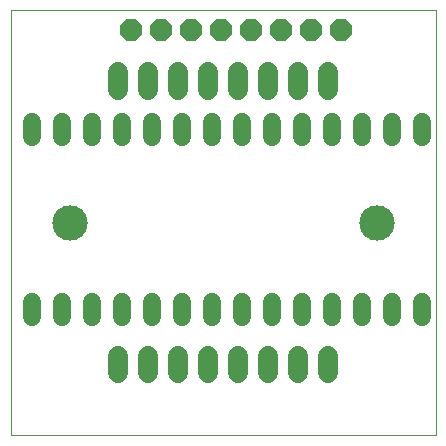
<source format=gbs>
G75*
%MOIN*%
%OFA0B0*%
%FSLAX25Y25*%
%IPPOS*%
%LPD*%
%AMOC8*
5,1,8,0,0,1.08239X$1,22.5*
%
%ADD10C,0.00000*%
%ADD11C,0.06000*%
%ADD12C,0.06737*%
%ADD13OC8,0.07100*%
%ADD14C,0.11824*%
D10*
X0006000Y0012706D02*
X0006000Y0154438D01*
X0147732Y0154438D01*
X0147732Y0012706D01*
X0006000Y0012706D01*
X0020173Y0083572D02*
X0020175Y0083720D01*
X0020181Y0083868D01*
X0020191Y0084016D01*
X0020205Y0084163D01*
X0020223Y0084310D01*
X0020244Y0084456D01*
X0020270Y0084602D01*
X0020300Y0084747D01*
X0020333Y0084891D01*
X0020371Y0085034D01*
X0020412Y0085176D01*
X0020457Y0085317D01*
X0020505Y0085457D01*
X0020558Y0085596D01*
X0020614Y0085733D01*
X0020674Y0085868D01*
X0020737Y0086002D01*
X0020804Y0086134D01*
X0020875Y0086264D01*
X0020949Y0086392D01*
X0021026Y0086518D01*
X0021107Y0086642D01*
X0021191Y0086764D01*
X0021278Y0086883D01*
X0021369Y0087000D01*
X0021463Y0087115D01*
X0021559Y0087227D01*
X0021659Y0087337D01*
X0021761Y0087443D01*
X0021867Y0087547D01*
X0021975Y0087648D01*
X0022086Y0087746D01*
X0022199Y0087842D01*
X0022315Y0087934D01*
X0022433Y0088023D01*
X0022554Y0088108D01*
X0022677Y0088191D01*
X0022802Y0088270D01*
X0022929Y0088346D01*
X0023058Y0088418D01*
X0023189Y0088487D01*
X0023322Y0088552D01*
X0023457Y0088613D01*
X0023593Y0088671D01*
X0023730Y0088726D01*
X0023869Y0088776D01*
X0024010Y0088823D01*
X0024151Y0088866D01*
X0024294Y0088906D01*
X0024438Y0088941D01*
X0024582Y0088973D01*
X0024728Y0089000D01*
X0024874Y0089024D01*
X0025021Y0089044D01*
X0025168Y0089060D01*
X0025315Y0089072D01*
X0025463Y0089080D01*
X0025611Y0089084D01*
X0025759Y0089084D01*
X0025907Y0089080D01*
X0026055Y0089072D01*
X0026202Y0089060D01*
X0026349Y0089044D01*
X0026496Y0089024D01*
X0026642Y0089000D01*
X0026788Y0088973D01*
X0026932Y0088941D01*
X0027076Y0088906D01*
X0027219Y0088866D01*
X0027360Y0088823D01*
X0027501Y0088776D01*
X0027640Y0088726D01*
X0027777Y0088671D01*
X0027913Y0088613D01*
X0028048Y0088552D01*
X0028181Y0088487D01*
X0028312Y0088418D01*
X0028441Y0088346D01*
X0028568Y0088270D01*
X0028693Y0088191D01*
X0028816Y0088108D01*
X0028937Y0088023D01*
X0029055Y0087934D01*
X0029171Y0087842D01*
X0029284Y0087746D01*
X0029395Y0087648D01*
X0029503Y0087547D01*
X0029609Y0087443D01*
X0029711Y0087337D01*
X0029811Y0087227D01*
X0029907Y0087115D01*
X0030001Y0087000D01*
X0030092Y0086883D01*
X0030179Y0086764D01*
X0030263Y0086642D01*
X0030344Y0086518D01*
X0030421Y0086392D01*
X0030495Y0086264D01*
X0030566Y0086134D01*
X0030633Y0086002D01*
X0030696Y0085868D01*
X0030756Y0085733D01*
X0030812Y0085596D01*
X0030865Y0085457D01*
X0030913Y0085317D01*
X0030958Y0085176D01*
X0030999Y0085034D01*
X0031037Y0084891D01*
X0031070Y0084747D01*
X0031100Y0084602D01*
X0031126Y0084456D01*
X0031147Y0084310D01*
X0031165Y0084163D01*
X0031179Y0084016D01*
X0031189Y0083868D01*
X0031195Y0083720D01*
X0031197Y0083572D01*
X0031195Y0083424D01*
X0031189Y0083276D01*
X0031179Y0083128D01*
X0031165Y0082981D01*
X0031147Y0082834D01*
X0031126Y0082688D01*
X0031100Y0082542D01*
X0031070Y0082397D01*
X0031037Y0082253D01*
X0030999Y0082110D01*
X0030958Y0081968D01*
X0030913Y0081827D01*
X0030865Y0081687D01*
X0030812Y0081548D01*
X0030756Y0081411D01*
X0030696Y0081276D01*
X0030633Y0081142D01*
X0030566Y0081010D01*
X0030495Y0080880D01*
X0030421Y0080752D01*
X0030344Y0080626D01*
X0030263Y0080502D01*
X0030179Y0080380D01*
X0030092Y0080261D01*
X0030001Y0080144D01*
X0029907Y0080029D01*
X0029811Y0079917D01*
X0029711Y0079807D01*
X0029609Y0079701D01*
X0029503Y0079597D01*
X0029395Y0079496D01*
X0029284Y0079398D01*
X0029171Y0079302D01*
X0029055Y0079210D01*
X0028937Y0079121D01*
X0028816Y0079036D01*
X0028693Y0078953D01*
X0028568Y0078874D01*
X0028441Y0078798D01*
X0028312Y0078726D01*
X0028181Y0078657D01*
X0028048Y0078592D01*
X0027913Y0078531D01*
X0027777Y0078473D01*
X0027640Y0078418D01*
X0027501Y0078368D01*
X0027360Y0078321D01*
X0027219Y0078278D01*
X0027076Y0078238D01*
X0026932Y0078203D01*
X0026788Y0078171D01*
X0026642Y0078144D01*
X0026496Y0078120D01*
X0026349Y0078100D01*
X0026202Y0078084D01*
X0026055Y0078072D01*
X0025907Y0078064D01*
X0025759Y0078060D01*
X0025611Y0078060D01*
X0025463Y0078064D01*
X0025315Y0078072D01*
X0025168Y0078084D01*
X0025021Y0078100D01*
X0024874Y0078120D01*
X0024728Y0078144D01*
X0024582Y0078171D01*
X0024438Y0078203D01*
X0024294Y0078238D01*
X0024151Y0078278D01*
X0024010Y0078321D01*
X0023869Y0078368D01*
X0023730Y0078418D01*
X0023593Y0078473D01*
X0023457Y0078531D01*
X0023322Y0078592D01*
X0023189Y0078657D01*
X0023058Y0078726D01*
X0022929Y0078798D01*
X0022802Y0078874D01*
X0022677Y0078953D01*
X0022554Y0079036D01*
X0022433Y0079121D01*
X0022315Y0079210D01*
X0022199Y0079302D01*
X0022086Y0079398D01*
X0021975Y0079496D01*
X0021867Y0079597D01*
X0021761Y0079701D01*
X0021659Y0079807D01*
X0021559Y0079917D01*
X0021463Y0080029D01*
X0021369Y0080144D01*
X0021278Y0080261D01*
X0021191Y0080380D01*
X0021107Y0080502D01*
X0021026Y0080626D01*
X0020949Y0080752D01*
X0020875Y0080880D01*
X0020804Y0081010D01*
X0020737Y0081142D01*
X0020674Y0081276D01*
X0020614Y0081411D01*
X0020558Y0081548D01*
X0020505Y0081687D01*
X0020457Y0081827D01*
X0020412Y0081968D01*
X0020371Y0082110D01*
X0020333Y0082253D01*
X0020300Y0082397D01*
X0020270Y0082542D01*
X0020244Y0082688D01*
X0020223Y0082834D01*
X0020205Y0082981D01*
X0020191Y0083128D01*
X0020181Y0083276D01*
X0020175Y0083424D01*
X0020173Y0083572D01*
X0122535Y0083572D02*
X0122537Y0083720D01*
X0122543Y0083868D01*
X0122553Y0084016D01*
X0122567Y0084163D01*
X0122585Y0084310D01*
X0122606Y0084456D01*
X0122632Y0084602D01*
X0122662Y0084747D01*
X0122695Y0084891D01*
X0122733Y0085034D01*
X0122774Y0085176D01*
X0122819Y0085317D01*
X0122867Y0085457D01*
X0122920Y0085596D01*
X0122976Y0085733D01*
X0123036Y0085868D01*
X0123099Y0086002D01*
X0123166Y0086134D01*
X0123237Y0086264D01*
X0123311Y0086392D01*
X0123388Y0086518D01*
X0123469Y0086642D01*
X0123553Y0086764D01*
X0123640Y0086883D01*
X0123731Y0087000D01*
X0123825Y0087115D01*
X0123921Y0087227D01*
X0124021Y0087337D01*
X0124123Y0087443D01*
X0124229Y0087547D01*
X0124337Y0087648D01*
X0124448Y0087746D01*
X0124561Y0087842D01*
X0124677Y0087934D01*
X0124795Y0088023D01*
X0124916Y0088108D01*
X0125039Y0088191D01*
X0125164Y0088270D01*
X0125291Y0088346D01*
X0125420Y0088418D01*
X0125551Y0088487D01*
X0125684Y0088552D01*
X0125819Y0088613D01*
X0125955Y0088671D01*
X0126092Y0088726D01*
X0126231Y0088776D01*
X0126372Y0088823D01*
X0126513Y0088866D01*
X0126656Y0088906D01*
X0126800Y0088941D01*
X0126944Y0088973D01*
X0127090Y0089000D01*
X0127236Y0089024D01*
X0127383Y0089044D01*
X0127530Y0089060D01*
X0127677Y0089072D01*
X0127825Y0089080D01*
X0127973Y0089084D01*
X0128121Y0089084D01*
X0128269Y0089080D01*
X0128417Y0089072D01*
X0128564Y0089060D01*
X0128711Y0089044D01*
X0128858Y0089024D01*
X0129004Y0089000D01*
X0129150Y0088973D01*
X0129294Y0088941D01*
X0129438Y0088906D01*
X0129581Y0088866D01*
X0129722Y0088823D01*
X0129863Y0088776D01*
X0130002Y0088726D01*
X0130139Y0088671D01*
X0130275Y0088613D01*
X0130410Y0088552D01*
X0130543Y0088487D01*
X0130674Y0088418D01*
X0130803Y0088346D01*
X0130930Y0088270D01*
X0131055Y0088191D01*
X0131178Y0088108D01*
X0131299Y0088023D01*
X0131417Y0087934D01*
X0131533Y0087842D01*
X0131646Y0087746D01*
X0131757Y0087648D01*
X0131865Y0087547D01*
X0131971Y0087443D01*
X0132073Y0087337D01*
X0132173Y0087227D01*
X0132269Y0087115D01*
X0132363Y0087000D01*
X0132454Y0086883D01*
X0132541Y0086764D01*
X0132625Y0086642D01*
X0132706Y0086518D01*
X0132783Y0086392D01*
X0132857Y0086264D01*
X0132928Y0086134D01*
X0132995Y0086002D01*
X0133058Y0085868D01*
X0133118Y0085733D01*
X0133174Y0085596D01*
X0133227Y0085457D01*
X0133275Y0085317D01*
X0133320Y0085176D01*
X0133361Y0085034D01*
X0133399Y0084891D01*
X0133432Y0084747D01*
X0133462Y0084602D01*
X0133488Y0084456D01*
X0133509Y0084310D01*
X0133527Y0084163D01*
X0133541Y0084016D01*
X0133551Y0083868D01*
X0133557Y0083720D01*
X0133559Y0083572D01*
X0133557Y0083424D01*
X0133551Y0083276D01*
X0133541Y0083128D01*
X0133527Y0082981D01*
X0133509Y0082834D01*
X0133488Y0082688D01*
X0133462Y0082542D01*
X0133432Y0082397D01*
X0133399Y0082253D01*
X0133361Y0082110D01*
X0133320Y0081968D01*
X0133275Y0081827D01*
X0133227Y0081687D01*
X0133174Y0081548D01*
X0133118Y0081411D01*
X0133058Y0081276D01*
X0132995Y0081142D01*
X0132928Y0081010D01*
X0132857Y0080880D01*
X0132783Y0080752D01*
X0132706Y0080626D01*
X0132625Y0080502D01*
X0132541Y0080380D01*
X0132454Y0080261D01*
X0132363Y0080144D01*
X0132269Y0080029D01*
X0132173Y0079917D01*
X0132073Y0079807D01*
X0131971Y0079701D01*
X0131865Y0079597D01*
X0131757Y0079496D01*
X0131646Y0079398D01*
X0131533Y0079302D01*
X0131417Y0079210D01*
X0131299Y0079121D01*
X0131178Y0079036D01*
X0131055Y0078953D01*
X0130930Y0078874D01*
X0130803Y0078798D01*
X0130674Y0078726D01*
X0130543Y0078657D01*
X0130410Y0078592D01*
X0130275Y0078531D01*
X0130139Y0078473D01*
X0130002Y0078418D01*
X0129863Y0078368D01*
X0129722Y0078321D01*
X0129581Y0078278D01*
X0129438Y0078238D01*
X0129294Y0078203D01*
X0129150Y0078171D01*
X0129004Y0078144D01*
X0128858Y0078120D01*
X0128711Y0078100D01*
X0128564Y0078084D01*
X0128417Y0078072D01*
X0128269Y0078064D01*
X0128121Y0078060D01*
X0127973Y0078060D01*
X0127825Y0078064D01*
X0127677Y0078072D01*
X0127530Y0078084D01*
X0127383Y0078100D01*
X0127236Y0078120D01*
X0127090Y0078144D01*
X0126944Y0078171D01*
X0126800Y0078203D01*
X0126656Y0078238D01*
X0126513Y0078278D01*
X0126372Y0078321D01*
X0126231Y0078368D01*
X0126092Y0078418D01*
X0125955Y0078473D01*
X0125819Y0078531D01*
X0125684Y0078592D01*
X0125551Y0078657D01*
X0125420Y0078726D01*
X0125291Y0078798D01*
X0125164Y0078874D01*
X0125039Y0078953D01*
X0124916Y0079036D01*
X0124795Y0079121D01*
X0124677Y0079210D01*
X0124561Y0079302D01*
X0124448Y0079398D01*
X0124337Y0079496D01*
X0124229Y0079597D01*
X0124123Y0079701D01*
X0124021Y0079807D01*
X0123921Y0079917D01*
X0123825Y0080029D01*
X0123731Y0080144D01*
X0123640Y0080261D01*
X0123553Y0080380D01*
X0123469Y0080502D01*
X0123388Y0080626D01*
X0123311Y0080752D01*
X0123237Y0080880D01*
X0123166Y0081010D01*
X0123099Y0081142D01*
X0123036Y0081276D01*
X0122976Y0081411D01*
X0122920Y0081548D01*
X0122867Y0081687D01*
X0122819Y0081827D01*
X0122774Y0081968D01*
X0122733Y0082110D01*
X0122695Y0082253D01*
X0122662Y0082397D01*
X0122632Y0082542D01*
X0122606Y0082688D01*
X0122585Y0082834D01*
X0122567Y0082981D01*
X0122553Y0083128D01*
X0122543Y0083276D01*
X0122537Y0083424D01*
X0122535Y0083572D01*
D11*
X0123000Y0057306D02*
X0123000Y0052106D01*
X0113000Y0052106D02*
X0113000Y0057306D01*
X0103000Y0057306D02*
X0103000Y0052106D01*
X0093000Y0052106D02*
X0093000Y0057306D01*
X0083000Y0057306D02*
X0083000Y0052106D01*
X0073000Y0052106D02*
X0073000Y0057306D01*
X0063000Y0057306D02*
X0063000Y0052106D01*
X0053000Y0052106D02*
X0053000Y0057306D01*
X0043000Y0057306D02*
X0043000Y0052106D01*
X0033000Y0052106D02*
X0033000Y0057306D01*
X0023000Y0057306D02*
X0023000Y0052106D01*
X0013000Y0052106D02*
X0013000Y0057306D01*
X0013000Y0112106D02*
X0013000Y0117306D01*
X0023000Y0117306D02*
X0023000Y0112106D01*
X0033000Y0112106D02*
X0033000Y0117306D01*
X0043000Y0117306D02*
X0043000Y0112106D01*
X0053000Y0112106D02*
X0053000Y0117306D01*
X0063000Y0117306D02*
X0063000Y0112106D01*
X0073000Y0112106D02*
X0073000Y0117306D01*
X0083000Y0117306D02*
X0083000Y0112106D01*
X0093000Y0112106D02*
X0093000Y0117306D01*
X0103000Y0117306D02*
X0103000Y0112106D01*
X0113000Y0112106D02*
X0113000Y0117306D01*
X0123000Y0117306D02*
X0123000Y0112106D01*
X0133000Y0112106D02*
X0133000Y0117306D01*
X0143000Y0117306D02*
X0143000Y0112106D01*
X0143000Y0057306D02*
X0143000Y0052106D01*
X0133000Y0052106D02*
X0133000Y0057306D01*
D12*
X0111866Y0039296D02*
X0111866Y0033359D01*
X0101866Y0033359D02*
X0101866Y0039296D01*
X0091866Y0039296D02*
X0091866Y0033359D01*
X0081866Y0033359D02*
X0081866Y0039296D01*
X0071866Y0039296D02*
X0071866Y0033359D01*
X0061866Y0033359D02*
X0061866Y0039296D01*
X0051866Y0039296D02*
X0051866Y0033359D01*
X0041866Y0033359D02*
X0041866Y0039296D01*
X0041866Y0127847D02*
X0041866Y0133784D01*
X0051866Y0133784D02*
X0051866Y0127847D01*
X0061866Y0127847D02*
X0061866Y0133784D01*
X0071866Y0133784D02*
X0071866Y0127847D01*
X0081866Y0127847D02*
X0081866Y0133784D01*
X0091866Y0133784D02*
X0091866Y0127847D01*
X0101866Y0127847D02*
X0101866Y0133784D01*
X0111866Y0133784D02*
X0111866Y0127847D01*
D13*
X0116000Y0147706D03*
X0106000Y0147706D03*
X0096000Y0147706D03*
X0086000Y0147706D03*
X0076000Y0147706D03*
X0066000Y0147706D03*
X0056000Y0147706D03*
X0046000Y0147706D03*
D14*
X0025685Y0083572D03*
X0128047Y0083572D03*
M02*

</source>
